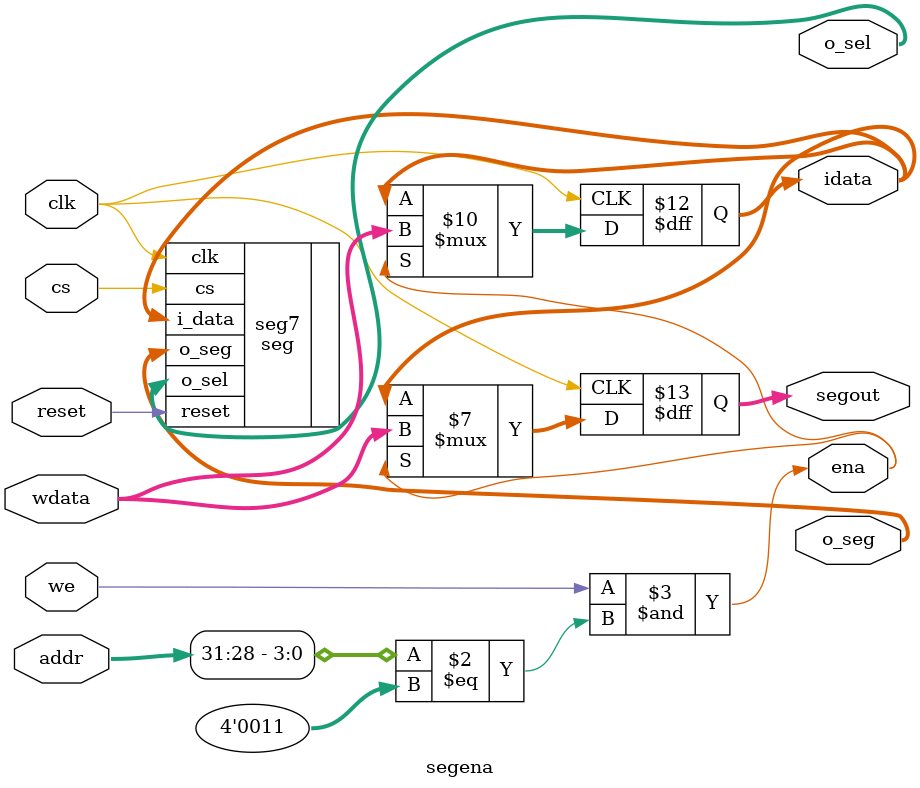
<source format=v>
`timescale 1ns / 1ps


module segena(
    input clk,
	input reset,
	input cs,
    input [31:0] addr,
    input [31:0] wdata,
    input we,
    output reg [31:0]idata,
    output ena,
    output reg [31:0]segout,
    output [7:0] o_seg,
	output [7:0] o_sel
    );
    assign ena = (we == 1 & addr[31:28] == 4'b0011 );
   always @(posedge clk)
   begin
     if(ena == 1)
     begin
     idata  <= wdata;
     segout <= wdata;
     end
     else
      begin
     idata <= idata;
     segout <= idata;
      end
     end
  seg  seg7(
     .clk(clk),
	 .reset(reset),
	 .cs(cs),
	 .i_data(idata),
	 .o_seg(o_seg),
	 .o_sel(o_sel)
    );

endmodule

</source>
